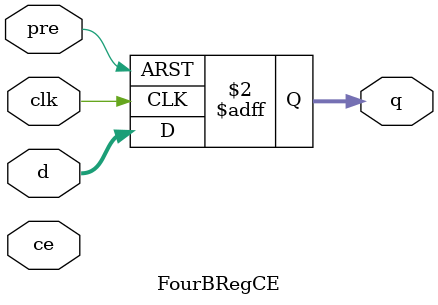
<source format=v>

module FourBRegCE (clk,d,ce,pre,q);

input  clk,ce,pre;
input  [3:0] d;
output [3:0] q;
reg    [3:0] q;

always @(posedge clk or posedge pre) begin

  if (pre)
     q <= 4'b1111;
  else
     q <= d;  
end

endmodule


</source>
